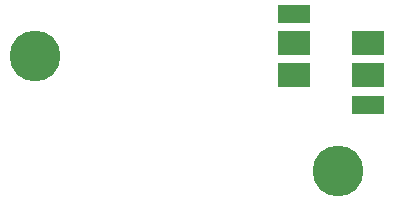
<source format=gbr>
%TF.GenerationSoftware,KiCad,Pcbnew,(6.0.6-0)*%
%TF.CreationDate,2022-07-21T13:37:14+02:00*%
%TF.ProjectId,GlowTubeLEDconnectorB_PCB,476c6f77-5475-4626-954c-4544636f6e6e,rev?*%
%TF.SameCoordinates,Original*%
%TF.FileFunction,Soldermask,Bot*%
%TF.FilePolarity,Negative*%
%FSLAX46Y46*%
G04 Gerber Fmt 4.6, Leading zero omitted, Abs format (unit mm)*
G04 Created by KiCad (PCBNEW (6.0.6-0)) date 2022-07-21 13:37:14*
%MOMM*%
%LPD*%
G01*
G04 APERTURE LIST*
%ADD10C,4.300000*%
%ADD11R,2.800000X1.600000*%
%ADD12R,2.800000X2.000000*%
G04 APERTURE END LIST*
D10*
%TO.C,U4*%
X89949970Y-66882540D03*
%TD*%
%TO.C,U3*%
X115660000Y-76630000D03*
%TD*%
D11*
%TO.C,U1*%
X118150000Y-71018334D03*
D12*
X118150000Y-68519068D03*
X118150000Y-65819802D03*
%TD*%
D11*
%TO.C,U2*%
X111938800Y-63350734D03*
D12*
X111938800Y-65850000D03*
X111938800Y-68549266D03*
%TD*%
M02*

</source>
